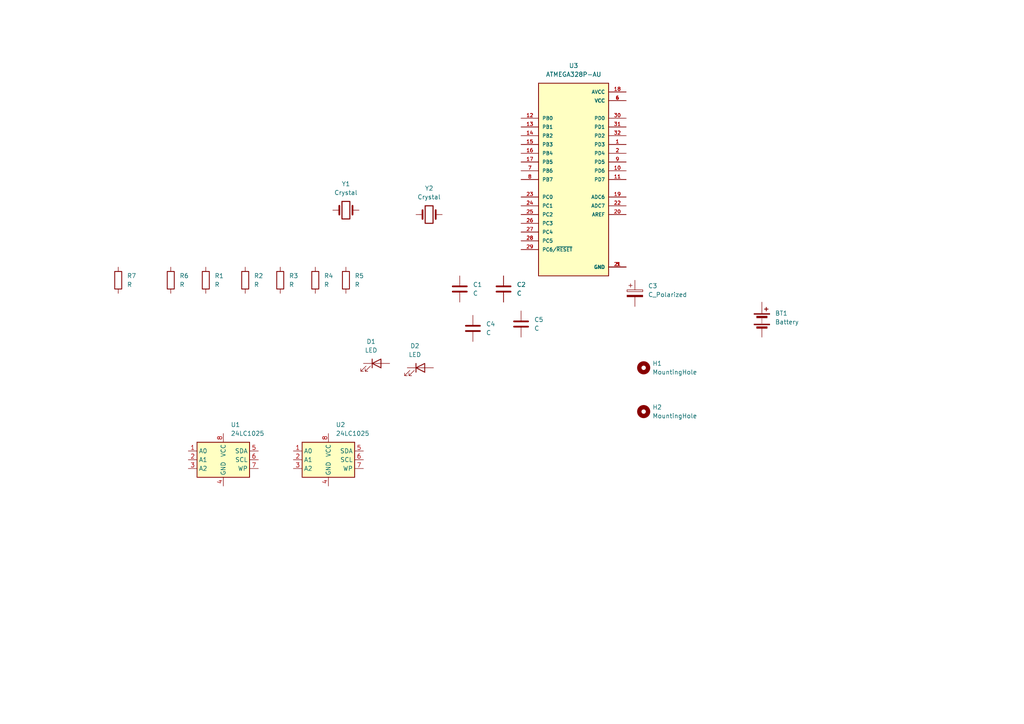
<source format=kicad_sch>
(kicad_sch (version 20250114) (generator "eeschema") (generator_version "9.0")
  (paper "A4")
  (title_block (title "${project_name}") (date "2025-08-08") (rev "V1"))
  (lib_symbols
    (symbol "ATMEGA328P-AU:ATMEGA328P-AU" (pin_names (offset 1.016))
      (property "Reference" "U" (at -10.1755 29.2546 0))
      (property "Value" "ATMEGA328P-AU" (at -10.1669 -31.7714 0))
      (symbol "ATMEGA328P-AU_0_0"
        (rectangle (start -10.16 -27.94) (end 10.16 27.94) (stroke (width 0.254)) (fill (type background)))
        (pin bidirectional line (at -15.24 17.78 0) (length 5.08) (name "PB0") (number "12"))
        (pin bidirectional line (at -15.24 15.24 0) (length 5.08) (name "PB1") (number "13"))
        (pin bidirectional line (at -15.24 12.7 0) (length 5.08) (name "PB2") (number "14"))
        (pin bidirectional line (at -15.24 10.16 0) (length 5.08) (name "PB3") (number "15"))
        (pin bidirectional line (at -15.24 7.62 0) (length 5.08) (name "PB4") (number "16"))
        (pin bidirectional line (at -15.24 5.08 0) (length 5.08) (name "PB5") (number "17"))
        (pin bidirectional line (at -15.24 2.54 0) (length 5.08) (name "PB6") (number "7"))
        (pin bidirectional line (at -15.24 0 0) (length 5.08) (name "PB7") (number "8"))
        (pin bidirectional line (at -15.24 -5.08 0) (length 5.08) (name "PC0") (number "23"))
        (pin bidirectional line (at -15.24 -7.62 0) (length 5.08) (name "PC1") (number "24"))
        (pin bidirectional line (at -15.24 -10.16 0) (length 5.08) (name "PC2") (number "25"))
        (pin bidirectional line (at -15.24 -12.7 0) (length 5.08) (name "PC3") (number "26"))
        (pin bidirectional line (at -15.24 -15.24 0) (length 5.08) (name "PC4") (number "27"))
        (pin bidirectional line (at -15.24 -17.78 0) (length 5.08) (name "PC5") (number "28"))
        (pin bidirectional line (at -15.24 -20.32 0) (length 5.08) (name "PC6/~{RESET}") (number "29"))
        (pin power_in line (at 15.24 25.4 180) (length 5.08) (name "AVCC") (number "18"))
        (pin power_in line (at 15.24 22.86 180) (length 5.08) (name "VCC") (number "4"))
        (pin power_in line (at 15.24 22.86 180) (length 5.08) (name "VCC") (number "6"))
        (pin bidirectional line (at 15.24 17.78 180) (length 5.08) (name "PD0") (number "30"))
        (pin bidirectional line (at 15.24 15.24 180) (length 5.08) (name "PD1") (number "31"))
        (pin bidirectional line (at 15.24 12.7 180) (length 5.08) (name "PD2") (number "32"))
        (pin bidirectional line (at 15.24 10.16 180) (length 5.08) (name "PD3") (number "1"))
        (pin bidirectional line (at 15.24 7.62 180) (length 5.08) (name "PD4") (number "2"))
        (pin bidirectional line (at 15.24 5.08 180) (length 5.08) (name "PD5") (number "9"))
        (pin bidirectional line (at 15.24 2.54 180) (length 5.08) (name "PD6") (number "10"))
        (pin bidirectional line (at 15.24 0 180) (length 5.08) (name "PD7") (number "11"))
        (pin bidirectional line (at 15.24 -5.08 180) (length 5.08) (name "ADC6") (number "19"))
        (pin bidirectional line (at 15.24 -7.62 180) (length 5.08) (name "ADC7") (number "22"))
        (pin input line (at 15.24 -10.16 180) (length 5.08) (name "AREF") (number "20"))
        (pin power_in line (at 15.24 -25.4 180) (length 5.08) (name "GND") (number "21"))
        (pin power_in line (at 15.24 -25.4 180) (length 5.08) (name "GND") (number "3"))
        (pin power_in line (at 15.24 -25.4 180) (length 5.08) (name "GND") (number "5"))
      )
    )
    (symbol "Device:Battery" (pin_numbers (hide yes)) (pin_names (offset 0) (hide yes))
      (property "Reference" "BT" (at 2.54 2.54 0))
      (property "Value" "Battery" (at 2.54 0 0))
      (symbol "Battery_0_1"
        (rectangle (start -2.286 1.778) (end 2.286 1.524) (fill (type outline)))
        (rectangle (start -2.286 -1.27) (end 2.286 -1.524) (fill (type outline)))
        (rectangle (start -1.524 1.016) (end 1.524 0.508) (fill (type outline)))
        (rectangle (start -1.524 -2.032) (end 1.524 -2.54) (fill (type outline)))
        (polyline (pts (xy 0 1.778) (xy 0 2.54)))
        (polyline (pts (xy 0 0) (xy 0 0.254)))
        (polyline (pts (xy 0 -0.508) (xy 0 -0.254)))
        (polyline (pts (xy 0 -1.016) (xy 0 -0.762)))
        (polyline (pts (xy 0.762 3.048) (xy 1.778 3.048)) (stroke (width 0.254)))
        (polyline (pts (xy 1.27 3.556) (xy 1.27 2.54)) (stroke (width 0.254)))
      )
      (symbol "Battery_1_1"
        (pin passive line (at 0 5.08 270) (length 2.54) (name "+") (number "1"))
        (pin passive line (at 0 -5.08 90) (length 2.54) (name "-") (number "2"))
      )
    )
    (symbol "Device:C" (pin_numbers (hide yes)) (pin_names (offset 0.254))
      (property "Reference" "C" (at 0.635 2.54 0))
      (property "Value" "C" (at 0.635 -2.54 0))
      (symbol "C_0_1"
        (polyline (pts (xy -2.032 0.762) (xy 2.032 0.762)) (stroke (width 0.508)))
        (polyline (pts (xy -2.032 -0.762) (xy 2.032 -0.762)) (stroke (width 0.508)))
      )
      (symbol "C_1_1"
        (pin passive line (at 0 3.81 270) (length 2.794) (name "~") (number "1"))
        (pin passive line (at 0 -3.81 90) (length 2.794) (name "~") (number "2"))
      )
    )
    (symbol "Device:C_Polarized" (pin_numbers (hide yes)) (pin_names (offset 0.254))
      (property "Reference" "C" (at 0.635 2.54 0))
      (property "Value" "C_Polarized" (at 0.635 -2.54 0))
      (symbol "C_Polarized_0_1"
        (rectangle (start -2.286 0.508) (end 2.286 1.016))
        (polyline (pts (xy -1.778 2.286) (xy -0.762 2.286)))
        (polyline (pts (xy -1.27 2.794) (xy -1.27 1.778)))
        (rectangle (start 2.286 -0.508) (end -2.286 -1.016) (fill (type outline)))
      )
      (symbol "C_Polarized_1_1"
        (pin passive line (at 0 3.81 270) (length 2.794) (name "~") (number "1"))
        (pin passive line (at 0 -3.81 90) (length 2.794) (name "~") (number "2"))
      )
    )
    (symbol "Device:Crystal" (pin_numbers (hide yes)) (pin_names (offset 1.016) (hide yes))
      (property "Reference" "Y" (at 0 3.81 0))
      (property "Value" "Crystal" (at 0 -3.81 0))
      (symbol "Crystal_0_1"
        (polyline (pts (xy -2.54 0) (xy -1.905 0)))
        (polyline (pts (xy -1.905 -1.27) (xy -1.905 1.27)) (stroke (width 0.508)))
        (rectangle (start -1.143 2.54) (end 1.143 -2.54) (stroke (width 0.3048)))
        (polyline (pts (xy 1.905 -1.27) (xy 1.905 1.27)) (stroke (width 0.508)))
        (polyline (pts (xy 2.54 0) (xy 1.905 0)))
      )
      (symbol "Crystal_1_1"
        (pin passive line (at -3.81 0 0) (length 1.27) (name "1") (number "1"))
        (pin passive line (at 3.81 0 180) (length 1.27) (name "2") (number "2"))
      )
    )
    (symbol "Device:LED" (pin_numbers (hide yes)) (pin_names (offset 1.016) (hide yes))
      (property "Reference" "D" (at 0 2.54 0))
      (property "Value" "LED" (at 0 -2.54 0))
      (symbol "LED_0_1"
        (polyline (pts (xy -3.048 -0.762) (xy -4.572 -2.286) (xy -3.81 -2.286) (xy -4.572 -2.286) (xy -4.572 -1.524)))
        (polyline (pts (xy -1.778 -0.762) (xy -3.302 -2.286) (xy -2.54 -2.286) (xy -3.302 -2.286) (xy -3.302 -1.524)))
        (polyline (pts (xy -1.27 0) (xy 1.27 0)))
        (polyline (pts (xy -1.27 -1.27) (xy -1.27 1.27)) (stroke (width 0.254)))
        (polyline (pts (xy 1.27 -1.27) (xy 1.27 1.27) (xy -1.27 0) (xy 1.27 -1.27)) (stroke (width 0.254)))
      )
      (symbol "LED_1_1"
        (pin passive line (at -3.81 0 0) (length 2.54) (name "K") (number "1"))
        (pin passive line (at 3.81 0 180) (length 2.54) (name "A") (number "2"))
      )
    )
    (symbol "Device:R" (pin_numbers (hide yes)) (pin_names (offset 0))
      (property "Reference" "R" (at 2.032 0 90))
      (property "Value" "R" (at 0 0 90))
      (symbol "R_0_1"
        (rectangle (start -1.016 -2.54) (end 1.016 2.54) (stroke (width 0.254)))
      )
      (symbol "R_1_1"
        (pin passive line (at 0 3.81 270) (length 1.27) (name "~") (number "1"))
        (pin passive line (at 0 -3.81 90) (length 1.27) (name "~") (number "2"))
      )
    )
    (symbol "Mechanical:MountingHole" (pin_names (offset 1.016)) (in_bom no)
      (property "Reference" "H" (at 0 5.08 0))
      (property "Value" "MountingHole" (at 0 3.175 0))
      (symbol "MountingHole_0_1"
        (circle (center 0 0) (radius 1.27) (stroke (width 1.27)))
      )
    )
    (symbol "Memory_EEPROM:24LC1025"
      (property "Reference" "U" (at -6.35 6.35 0))
      (property "Value" "24LC1025" (at 1.27 6.35 0))
      (symbol "24LC1025_1_1"
        (rectangle (start -7.62 5.08) (end 7.62 -5.08) (stroke (width 0.254)) (fill (type background)))
        (pin input line (at -10.16 2.54 0) (length 2.54) (name "A0") (number "1"))
        (pin input line (at -10.16 0 0) (length 2.54) (name "A1") (number "2"))
        (pin input line (at -10.16 -2.54 0) (length 2.54) (name "A2") (number "3"))
        (pin power_in line (at 0 7.62 270) (length 2.54) (name "VCC") (number "8"))
        (pin power_in line (at 0 -7.62 90) (length 2.54) (name "GND") (number "4"))
        (pin bidirectional line (at 10.16 2.54 180) (length 2.54) (name "SDA") (number "5"))
        (pin input line (at 10.16 0 180) (length 2.54) (name "SCL") (number "6"))
        (pin input line (at 10.16 -2.54 180) (length 2.54) (name "WP") (number "7"))
      )
    )
  )
  (symbol (lib_id "Device:R") (at 71.12 81.28 0) (unit 1)
    (property "Reference" "R2" (at 73.66 80.0099 0) (effects (justify left)))
    (property "Value" "R" (at 73.66 82.5499 0) (effects (justify left)))
    (property "Description" "Resistor" (effects (hide yes)))
  )
  (symbol (lib_id "Mechanical:MountingHole") (at 186.69 106.68 0) (unit 1) (in_bom no)
    (property "Reference" "H1" (at 189.23 105.4099 0) (effects (justify left)))
    (property "Value" "MountingHole" (at 189.23 107.9499 0) (effects (justify left)))
    (property "Description" "Mounting Hole without connection" (effects (hide yes)))
  )
  (symbol (lib_id "Device:R") (at 81.28 81.28 0) (unit 1)
    (property "Reference" "R3" (at 83.82 80.0099 0) (effects (justify left)))
    (property "Value" "R" (at 83.82 82.5499 0) (effects (justify left)))
    (property "Description" "Resistor" (effects (hide yes)))
  )
  (symbol (lib_id "Device:Battery") (at 220.98 92.71 0) (unit 1)
    (property "Reference" "BT1" (at 224.79 90.8684 0) (effects (justify left)))
    (property "Value" "Battery" (at 224.79 93.4084 0) (effects (justify left)))
    (property "Description" "Multiple-cell battery" (effects (hide yes)))
  )
  (symbol (lib_id "Device:R") (at 34.29 81.28 0) (unit 1)
    (property "Reference" "R7" (at 36.83 80.0099 0) (effects (justify left)))
    (property "Value" "R" (at 36.83 82.5499 0) (effects (justify left)))
    (property "Description" "Resistor" (effects (hide yes)))
  )
  (symbol (lib_id "Device:R") (at 91.44 81.28 0) (unit 1)
    (property "Reference" "R4" (at 93.98 80.0099 0) (effects (justify left)))
    (property "Value" "R" (at 93.98 82.5499 0) (effects (justify left)))
    (property "Description" "Resistor" (effects (hide yes)))
  )
  (symbol (lib_id "Device:LED") (at 121.92 106.68 0) (unit 1)
    (property "Reference" "D2" (at 120.3325 100.33 0))
    (property "Value" "LED" (at 120.3325 102.87 0))
    (property "Description" "Light emitting diode" (effects (hide yes)))
    (property "Sim.Pins" "1=K 2=A" (effects (hide yes)))
  )
  (symbol (lib_id "Device:R") (at 59.69 81.28 0) (unit 1)
    (property "Reference" "R1" (at 62.23 80.0099 0) (effects (justify left)))
    (property "Value" "R" (at 62.23 82.5499 0) (effects (justify left)))
    (property "Description" "Resistor" (effects (hide yes)))
  )
  (symbol (lib_id "Device:C") (at 151.13 93.98 0) (unit 1)
    (property "Reference" "C5" (at 154.94 92.7099 0) (effects (justify left)))
    (property "Value" "C" (at 154.94 95.2499 0) (effects (justify left)))
    (property "Description" "Unpolarized capacitor" (effects (hide yes)))
  )
  (symbol (lib_id "Device:R") (at 100.33 81.28 0) (unit 1)
    (property "Reference" "R5" (at 102.87 80.0099 0) (effects (justify left)))
    (property "Value" "R" (at 102.87 82.5499 0) (effects (justify left)))
    (property "Description" "Resistor" (effects (hide yes)))
  )
  (symbol (lib_id "Memory_EEPROM:24LC1025") (at 95.25 133.35 0) (unit 1)
    (property "Reference" "U2" (at 97.3933 123.19 0) (effects (justify left)))
    (property "Value" "24LC1025" (at 97.3933 125.73 0) (effects (justify left)))
    (property "Datasheet" "http://ww1.microchip.com/downloads/en/DeviceDoc/21941B.pdf" (effects (hide yes)))
    (property "Description" "I2C Serial EEPROM, 1024Kb, DIP-8/SOIC-8/TSSOP-8/DFN-8" (effects (hide yes)))
  )
  (symbol (lib_id "Memory_EEPROM:24LC1025") (at 64.77 133.35 0) (unit 1)
    (property "Reference" "U1" (at 66.9133 123.19 0) (effects (justify left)))
    (property "Value" "24LC1025" (at 66.9133 125.73 0) (effects (justify left)))
    (property "Datasheet" "http://ww1.microchip.com/downloads/en/DeviceDoc/21941B.pdf" (effects (hide yes)))
    (property "Description" "I2C Serial EEPROM, 1024Kb, DIP-8/SOIC-8/TSSOP-8/DFN-8" (effects (hide yes)))
  )
  (symbol (lib_id "Mechanical:MountingHole") (at 186.69 119.38 0) (unit 1) (in_bom no)
    (property "Reference" "H2" (at 189.23 118.1099 0) (effects (justify left)))
    (property "Value" "MountingHole" (at 189.23 120.6499 0) (effects (justify left)))
    (property "Description" "Mounting Hole without connection" (effects (hide yes)))
  )
  (symbol (lib_id "Device:R") (at 49.53 81.28 0) (unit 1)
    (property "Reference" "R6" (at 52.07 80.0099 0) (effects (justify left)))
    (property "Value" "R" (at 52.07 82.5499 0) (effects (justify left)))
    (property "Description" "Resistor" (effects (hide yes)))
  )
  (symbol (lib_id "ATMEGA328P-AU:ATMEGA328P-AU") (at 166.37 52.07 0) (unit 1)
    (property "Reference" "U3" (at 166.37 19.05 0))
    (property "Value" "ATMEGA328P-AU" (at 166.37 21.59 0))
    (property "Footprint" "ATMEGA328P-AU:QFP80P900X900X120-32N" (effects (hide yes)))
    (property "MF" "MICROCHIP TECH." (effects (hide yes)))
    (property "MAXIMUM_PACKAGE_HEIGHT" "1.20mm" (effects (hide yes)))
    (property "Package" "TQFP-32 Microchip" (effects (hide yes)))
    (property "Price" "None" (effects (hide yes)))
    (property "Check_prices" "https://www.snapeda.com/parts/ATMEGA328P-AU/Microchip/view-part/?ref=eda" (effects (hide yes)))
    (property "STANDARD" "IPC-7351B" (effects (hide yes)))
    (property "PARTREV" "8271A" (effects (hide yes)))
    (property "SnapEDA_Link" "https://www.snapeda.com/parts/ATMEGA328P-AU/Microchip/view-part/?ref=snap" (effects (hide yes)))
    (property "MP" "ATMEGA328P-AU" (effects (hide yes)))
    (property "Description_1" "MCU 8-bit - AVR ATmega Family ATmega328 Series Microcontrollers - 20 MHz - 32 KB - 2 KB - 32 Pins." (effects (hide yes)))
    (property "Availability" "In Stock" (effects (hide yes)))
    (property "MANUFACTURER" "Microchip" (effects (hide yes)))
  )
  (symbol (lib_id "Device:C") (at 133.35 83.82 0) (unit 1)
    (property "Reference" "C1" (at 137.16 82.5499 0) (effects (justify left)))
    (property "Value" "C" (at 137.16 85.0899 0) (effects (justify left)))
    (property "Description" "Unpolarized capacitor" (effects (hide yes)))
  )
  (symbol (lib_id "Device:C") (at 146.05 83.82 0) (unit 1)
    (property "Reference" "C2" (at 149.86 82.5499 0) (effects (justify left)))
    (property "Value" "C" (at 149.86 85.0899 0) (effects (justify left)))
    (property "Description" "Unpolarized capacitor" (effects (hide yes)))
  )
  (symbol (lib_id "Device:Crystal") (at 124.46 62.23 0) (unit 1)
    (property "Reference" "Y2" (at 124.46 54.61 0))
    (property "Value" "Crystal" (at 124.46 57.15 0))
    (property "Description" "Two pin crystal" (effects (hide yes)))
  )
  (symbol (lib_id "Device:C_Polarized") (at 184.15 85.09 0) (unit 1)
    (property "Reference" "C3" (at 187.96 82.9309 0) (effects (justify left)))
    (property "Value" "C_Polarized" (at 187.96 85.4709 0) (effects (justify left)))
    (property "Description" "Polarized capacitor" (effects (hide yes)))
  )
  (symbol (lib_id "Device:C") (at 137.16 95.25 0) (unit 1)
    (property "Reference" "C4" (at 140.97 93.9799 0) (effects (justify left)))
    (property "Value" "C" (at 140.97 96.5199 0) (effects (justify left)))
    (property "Description" "Unpolarized capacitor" (effects (hide yes)))
  )
  (symbol (lib_id "Device:Crystal") (at 100.33 60.96 0) (unit 1)
    (property "Reference" "Y1" (at 100.33 53.34 0))
    (property "Value" "Crystal" (at 100.33 55.88 0))
    (property "Description" "Two pin crystal" (effects (hide yes)))
  )
  (symbol (lib_id "Device:LED") (at 109.22 105.41 0) (unit 1)
    (property "Reference" "D1" (at 107.6325 99.06 0))
    (property "Value" "LED" (at 107.6325 101.6 0))
    (property "Description" "Light emitting diode" (effects (hide yes)))
    (property "Sim.Pins" "1=K 2=A" (effects (hide yes)))
  )
)
</source>
